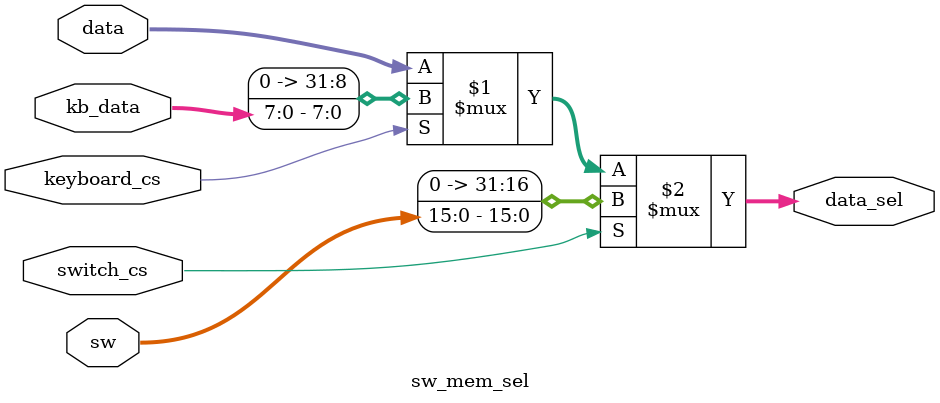
<source format=v>
`timescale 1ns / 1ps
module sw_mem_sel(
     input switch_cs,
     input keyboard_cs,
	 input [15:0] sw,
	 input [7:0] kb_data,
	 input [31:0] data,
	 output [31:0] data_sel
    );

    assign data_sel = (switch_cs) ? {16'b0, sw[15:0]} :
                     (keyboard_cs)? {24'b0, kb_data}: data;
endmodule

</source>
